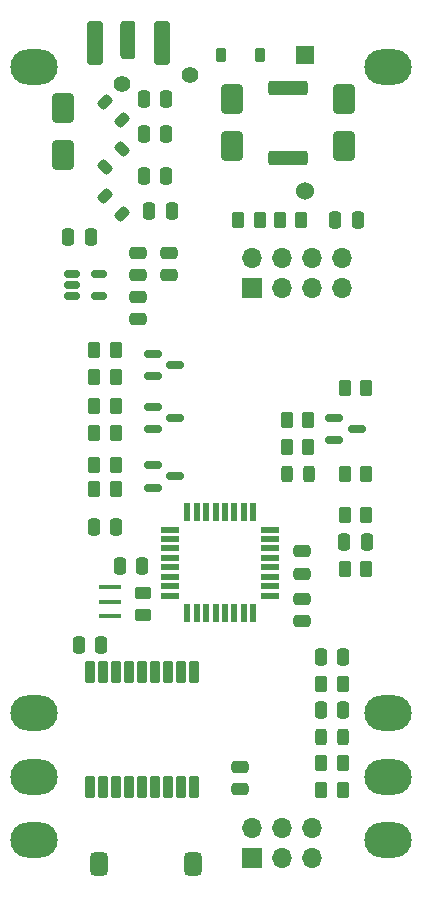
<source format=gbr>
%TF.GenerationSoftware,KiCad,Pcbnew,8.0.8*%
%TF.CreationDate,2025-01-26T19:35:19-06:00*%
%TF.ProjectId,ptSolar,7074536f-6c61-4722-9e6b-696361645f70,rev?*%
%TF.SameCoordinates,Original*%
%TF.FileFunction,Soldermask,Top*%
%TF.FilePolarity,Negative*%
%FSLAX46Y46*%
G04 Gerber Fmt 4.6, Leading zero omitted, Abs format (unit mm)*
G04 Created by KiCad (PCBNEW 8.0.8) date 2025-01-26 19:35:19*
%MOMM*%
%LPD*%
G01*
G04 APERTURE LIST*
G04 Aperture macros list*
%AMRoundRect*
0 Rectangle with rounded corners*
0 $1 Rounding radius*
0 $2 $3 $4 $5 $6 $7 $8 $9 X,Y pos of 4 corners*
0 Add a 4 corners polygon primitive as box body*
4,1,4,$2,$3,$4,$5,$6,$7,$8,$9,$2,$3,0*
0 Add four circle primitives for the rounded corners*
1,1,$1+$1,$2,$3*
1,1,$1+$1,$4,$5*
1,1,$1+$1,$6,$7*
1,1,$1+$1,$8,$9*
0 Add four rect primitives between the rounded corners*
20,1,$1+$1,$2,$3,$4,$5,0*
20,1,$1+$1,$4,$5,$6,$7,0*
20,1,$1+$1,$6,$7,$8,$9,0*
20,1,$1+$1,$8,$9,$2,$3,0*%
G04 Aperture macros list end*
%ADD10C,1.400000*%
%ADD11RoundRect,0.250000X-0.262500X-0.450000X0.262500X-0.450000X0.262500X0.450000X-0.262500X0.450000X0*%
%ADD12O,4.000000X3.000000*%
%ADD13RoundRect,0.080000X0.320000X-0.820000X0.320000X0.820000X-0.320000X0.820000X-0.320000X-0.820000X0*%
%ADD14R,1.524000X1.524000*%
%ADD15C,1.524000*%
%ADD16R,1.700000X1.700000*%
%ADD17O,1.700000X1.700000*%
%ADD18RoundRect,0.375000X0.375000X0.625000X-0.375000X0.625000X-0.375000X-0.625000X0.375000X-0.625000X0*%
%ADD19RoundRect,0.250000X0.262500X0.450000X-0.262500X0.450000X-0.262500X-0.450000X0.262500X-0.450000X0*%
%ADD20RoundRect,0.250000X0.475000X-0.250000X0.475000X0.250000X-0.475000X0.250000X-0.475000X-0.250000X0*%
%ADD21RoundRect,0.243750X-0.243750X-0.456250X0.243750X-0.456250X0.243750X0.456250X-0.243750X0.456250X0*%
%ADD22RoundRect,0.250000X-1.425000X0.362500X-1.425000X-0.362500X1.425000X-0.362500X1.425000X0.362500X0*%
%ADD23RoundRect,0.250000X0.250000X0.475000X-0.250000X0.475000X-0.250000X-0.475000X0.250000X-0.475000X0*%
%ADD24RoundRect,0.250000X-0.250000X-0.475000X0.250000X-0.475000X0.250000X0.475000X-0.250000X0.475000X0*%
%ADD25RoundRect,0.150000X-0.587500X-0.150000X0.587500X-0.150000X0.587500X0.150000X-0.587500X0.150000X0*%
%ADD26RoundRect,0.150000X-0.512500X-0.150000X0.512500X-0.150000X0.512500X0.150000X-0.512500X0.150000X0*%
%ADD27RoundRect,0.250000X-0.475000X0.250000X-0.475000X-0.250000X0.475000X-0.250000X0.475000X0.250000X0*%
%ADD28RoundRect,0.225000X0.225000X0.375000X-0.225000X0.375000X-0.225000X-0.375000X0.225000X-0.375000X0*%
%ADD29RoundRect,0.218750X0.114905X-0.424264X0.424264X-0.114905X-0.114905X0.424264X-0.424264X0.114905X0*%
%ADD30RoundRect,0.250000X-0.450000X0.262500X-0.450000X-0.262500X0.450000X-0.262500X0.450000X0.262500X0*%
%ADD31RoundRect,0.250000X0.650000X-1.000000X0.650000X1.000000X-0.650000X1.000000X-0.650000X-1.000000X0*%
%ADD32RoundRect,0.218750X0.424264X0.114905X0.114905X0.424264X-0.424264X-0.114905X-0.114905X-0.424264X0*%
%ADD33RoundRect,0.250000X0.425000X1.600000X-0.425000X1.600000X-0.425000X-1.600000X0.425000X-1.600000X0*%
%ADD34RoundRect,0.250000X0.385000X1.350000X-0.385000X1.350000X-0.385000X-1.350000X0.385000X-1.350000X0*%
%ADD35R,1.900000X0.400000*%
%ADD36R,1.600000X0.550000*%
%ADD37R,0.550000X1.600000*%
G04 APERTURE END LIST*
D10*
%TO.C,ANT2b1*%
X150500000Y-72750000D03*
%TD*%
%TO.C,ANT2a1*%
X144750000Y-73500000D03*
%TD*%
D11*
%TO.C,R13*%
X158087500Y-85000000D03*
X159912500Y-85000000D03*
%TD*%
%TO.C,R12*%
X154587500Y-85000000D03*
X156412500Y-85000000D03*
%TD*%
D12*
%TO.C,J1*%
X137250000Y-72000000D03*
X137250000Y-126750000D03*
X137250000Y-132125000D03*
X137250000Y-137500000D03*
%TD*%
%TO.C,J2*%
X167250000Y-137500000D03*
X167250000Y-132125000D03*
X167250000Y-126750000D03*
X167250000Y-72000000D03*
%TD*%
D13*
%TO.C,U1*%
X150850000Y-123300000D03*
X149750000Y-123300000D03*
X148650000Y-123300000D03*
X147550000Y-123300000D03*
X146450000Y-123300000D03*
X145350000Y-123300000D03*
X144250000Y-123300000D03*
X143150000Y-123300000D03*
X142050000Y-123300000D03*
X142050000Y-133000000D03*
X143150000Y-133000000D03*
X144250000Y-133000000D03*
X145350000Y-133000000D03*
X146450000Y-133000000D03*
X147550000Y-133000000D03*
X148650000Y-133000000D03*
X149750000Y-133000000D03*
X150850000Y-133000000D03*
%TD*%
D14*
%TO.C,C1*%
X160250000Y-71000000D03*
D15*
X160250000Y-82500000D03*
%TD*%
D16*
%TO.C,J5*%
X155700000Y-90740000D03*
D17*
X155700000Y-88200000D03*
X158240000Y-90740000D03*
X158240000Y-88200000D03*
X160780000Y-90740000D03*
X160780000Y-88200000D03*
X163320000Y-90740000D03*
X163320000Y-88200000D03*
%TD*%
D18*
%TO.C,ANT1*%
X142750000Y-139500000D03*
X150750000Y-139500000D03*
%TD*%
D11*
%TO.C,R14*%
X158675000Y-101956250D03*
X160500000Y-101956250D03*
%TD*%
D19*
%TO.C,R6*%
X163432500Y-133250000D03*
X161607500Y-133250000D03*
%TD*%
D11*
%TO.C,R15*%
X142385974Y-103001526D03*
X144210974Y-103001526D03*
%TD*%
D20*
%TO.C,C11*%
X146125000Y-93400000D03*
X146125000Y-91500000D03*
%TD*%
D21*
%TO.C,D2*%
X158670000Y-106456250D03*
X160545000Y-106456250D03*
%TD*%
D22*
%TO.C,R19*%
X158750000Y-79735000D03*
X158750000Y-73810000D03*
%TD*%
D11*
%TO.C,R7*%
X142385974Y-107753052D03*
X144210974Y-107753052D03*
%TD*%
D23*
%TO.C,C16*%
X148950000Y-84250000D03*
X147050000Y-84250000D03*
%TD*%
D24*
%TO.C,C13*%
X161570000Y-122000000D03*
X163470000Y-122000000D03*
%TD*%
D25*
%TO.C,Q3*%
X147375000Y-100801526D03*
X147375000Y-102701526D03*
X149250000Y-101751526D03*
%TD*%
D19*
%TO.C,R9*%
X144210974Y-105753052D03*
X142385974Y-105753052D03*
%TD*%
D26*
%TO.C,U5*%
X140487500Y-89550000D03*
X140487500Y-90500000D03*
X140487500Y-91450000D03*
X142762500Y-91450000D03*
X142762500Y-89550000D03*
%TD*%
D24*
%TO.C,C10*%
X163530000Y-112250000D03*
X165430000Y-112250000D03*
%TD*%
D27*
%TO.C,C8*%
X160000000Y-117050000D03*
X160000000Y-118950000D03*
%TD*%
D28*
%TO.C,D1*%
X156400000Y-71000000D03*
X153100000Y-71000000D03*
%TD*%
D20*
%TO.C,C4*%
X154750000Y-133200000D03*
X154750000Y-131300000D03*
%TD*%
D23*
%TO.C,C7*%
X146450000Y-114250000D03*
X144550000Y-114250000D03*
%TD*%
D11*
%TO.C,R1*%
X163587500Y-109970000D03*
X165412500Y-109970000D03*
%TD*%
D27*
%TO.C,C15*%
X146125000Y-87750000D03*
X146125000Y-89650000D03*
%TD*%
D29*
%TO.C,L2*%
X143248699Y-80501301D03*
X144751301Y-78998699D03*
%TD*%
D23*
%TO.C,C18*%
X148450000Y-77750000D03*
X146550000Y-77750000D03*
%TD*%
D30*
%TO.C,R5*%
X146500000Y-116587500D03*
X146500000Y-118412500D03*
%TD*%
D31*
%TO.C,D4*%
X139750000Y-79500000D03*
X139750000Y-75500000D03*
%TD*%
D23*
%TO.C,C19*%
X146550000Y-74750000D03*
X148450000Y-74750000D03*
%TD*%
D11*
%TO.C,R3*%
X158675000Y-104183750D03*
X160500000Y-104183750D03*
%TD*%
D19*
%TO.C,R2*%
X163587500Y-114500000D03*
X165412500Y-114500000D03*
%TD*%
%TO.C,R11*%
X165412500Y-99250000D03*
X163587500Y-99250000D03*
%TD*%
D27*
%TO.C,C6*%
X148750000Y-87750000D03*
X148750000Y-89650000D03*
%TD*%
D20*
%TO.C,C12*%
X160000000Y-114950000D03*
X160000000Y-113050000D03*
%TD*%
D25*
%TO.C,Q2*%
X162712500Y-101756250D03*
X162712500Y-103656250D03*
X164587500Y-102706250D03*
%TD*%
D24*
%TO.C,C5*%
X140175000Y-86450000D03*
X142075000Y-86450000D03*
%TD*%
%TO.C,C14*%
X161570000Y-126500000D03*
X163470000Y-126500000D03*
%TD*%
D19*
%TO.C,R16*%
X144210974Y-100751526D03*
X142385974Y-100751526D03*
%TD*%
D32*
%TO.C,L1*%
X144751301Y-84501301D03*
X143248699Y-82998699D03*
%TD*%
D33*
%TO.C,ANT2*%
X148075000Y-70000000D03*
X142425000Y-70000000D03*
D34*
X145250000Y-69750000D03*
%TD*%
D35*
%TO.C,Y2*%
X143750000Y-118500000D03*
X143750000Y-117300000D03*
X143750000Y-116100000D03*
%TD*%
D32*
%TO.C,L3*%
X144751301Y-76501301D03*
X143248699Y-74998699D03*
%TD*%
D23*
%TO.C,C3*%
X164700000Y-85000000D03*
X162800000Y-85000000D03*
%TD*%
D11*
%TO.C,R4*%
X161607500Y-131000000D03*
X163432500Y-131000000D03*
%TD*%
D16*
%TO.C,J4*%
X155700000Y-139000000D03*
D17*
X155700000Y-136460000D03*
X158240000Y-139000000D03*
X158240000Y-136460000D03*
X160780000Y-139000000D03*
X160780000Y-136460000D03*
%TD*%
D21*
%TO.C,D3*%
X161602500Y-128750000D03*
X163477500Y-128750000D03*
%TD*%
D19*
%TO.C,R8*%
X163432500Y-124250000D03*
X161607500Y-124250000D03*
%TD*%
D31*
%TO.C,D5*%
X163500000Y-74750000D03*
X163500000Y-78750000D03*
%TD*%
D11*
%TO.C,R17*%
X142385974Y-98250000D03*
X144210974Y-98250000D03*
%TD*%
D25*
%TO.C,Q4*%
X147375000Y-96300000D03*
X147375000Y-98200000D03*
X149250000Y-97250000D03*
%TD*%
D19*
%TO.C,R10*%
X165412500Y-106456250D03*
X163587500Y-106456250D03*
%TD*%
D24*
%TO.C,C2*%
X142328474Y-111000000D03*
X144228474Y-111000000D03*
%TD*%
D31*
%TO.C,D6*%
X154000000Y-74750000D03*
X154000000Y-78750000D03*
%TD*%
D25*
%TO.C,Q1*%
X147375000Y-105753052D03*
X147375000Y-107653052D03*
X149250000Y-106703052D03*
%TD*%
D23*
%TO.C,C17*%
X148450000Y-81250000D03*
X146550000Y-81250000D03*
%TD*%
D19*
%TO.C,R18*%
X144210974Y-96000000D03*
X142385974Y-96000000D03*
%TD*%
D23*
%TO.C,C9*%
X142950000Y-121000000D03*
X141050000Y-121000000D03*
%TD*%
D36*
%TO.C,U7*%
X148800000Y-111200000D03*
X148800000Y-112000000D03*
X148800000Y-112800000D03*
X148800000Y-113600000D03*
X148800000Y-114400000D03*
X148800000Y-115200000D03*
X148800000Y-116000000D03*
X148800000Y-116800000D03*
D37*
X150250000Y-118250000D03*
X151050000Y-118250000D03*
X151850000Y-118250000D03*
X152650000Y-118250000D03*
X153450000Y-118250000D03*
X154250000Y-118250000D03*
X155050000Y-118250000D03*
X155850000Y-118250000D03*
D36*
X157300000Y-116800000D03*
X157300000Y-116000000D03*
X157300000Y-115200000D03*
X157300000Y-114400000D03*
X157300000Y-113600000D03*
X157300000Y-112800000D03*
X157300000Y-112000000D03*
X157300000Y-111200000D03*
D37*
X155850000Y-109750000D03*
X155050000Y-109750000D03*
X154250000Y-109750000D03*
X153450000Y-109750000D03*
X152650000Y-109750000D03*
X151850000Y-109750000D03*
X151050000Y-109750000D03*
X150250000Y-109750000D03*
%TD*%
M02*

</source>
